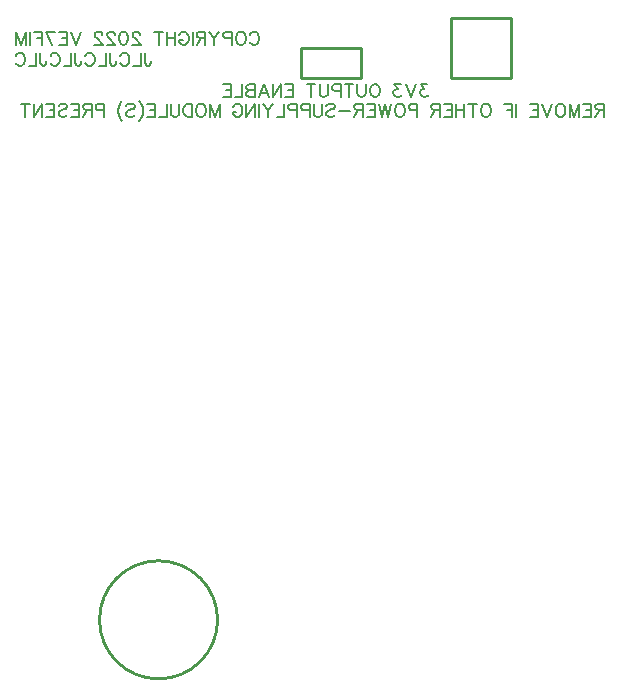
<source format=gbo>
G04 Layer: BottomSilkscreenLayer*
G04 EasyEDA v6.5.22, 2022-11-10 20:02:19*
G04 b67eade121014974844d0d31f71d52c0,5a6b42c53f6a479593ecc07194224c93,10*
G04 Gerber Generator version 0.2*
G04 Scale: 100 percent, Rotated: No, Reflected: No *
G04 Dimensions in millimeters *
G04 leading zeros omitted , absolute positions ,4 integer and 5 decimal *
%FSLAX45Y45*%
%MOMM*%

%ADD10C,0.1524*%
%ADD11C,0.1520*%
%ADD12C,0.2540*%

%LPD*%
D10*
X2741422Y5575807D02*
G01*
X2746756Y5586221D01*
X2757170Y5596636D01*
X2767329Y5601715D01*
X2788158Y5601715D01*
X2798572Y5596636D01*
X2808986Y5586221D01*
X2814320Y5575807D01*
X2819400Y5560060D01*
X2819400Y5534152D01*
X2814320Y5518657D01*
X2808986Y5508244D01*
X2798572Y5497829D01*
X2788158Y5492750D01*
X2767329Y5492750D01*
X2757170Y5497829D01*
X2746756Y5508244D01*
X2741422Y5518657D01*
X2675890Y5601715D02*
G01*
X2686304Y5596636D01*
X2696718Y5586221D01*
X2702052Y5575807D01*
X2707131Y5560060D01*
X2707131Y5534152D01*
X2702052Y5518657D01*
X2696718Y5508244D01*
X2686304Y5497829D01*
X2675890Y5492750D01*
X2655315Y5492750D01*
X2644902Y5497829D01*
X2634488Y5508244D01*
X2629154Y5518657D01*
X2624074Y5534152D01*
X2624074Y5560060D01*
X2629154Y5575807D01*
X2634488Y5586221D01*
X2644902Y5596636D01*
X2655315Y5601715D01*
X2675890Y5601715D01*
X2589784Y5601715D02*
G01*
X2589784Y5492750D01*
X2589784Y5601715D02*
G01*
X2543047Y5601715D01*
X2527300Y5596636D01*
X2522220Y5591302D01*
X2517140Y5580887D01*
X2517140Y5565394D01*
X2522220Y5554979D01*
X2527300Y5549900D01*
X2543047Y5544565D01*
X2589784Y5544565D01*
X2482850Y5601715D02*
G01*
X2441193Y5549900D01*
X2441193Y5492750D01*
X2399538Y5601715D02*
G01*
X2441193Y5549900D01*
X2365247Y5601715D02*
G01*
X2365247Y5492750D01*
X2365247Y5601715D02*
G01*
X2318511Y5601715D01*
X2303018Y5596636D01*
X2297684Y5591302D01*
X2292604Y5580887D01*
X2292604Y5570473D01*
X2297684Y5560060D01*
X2303018Y5554979D01*
X2318511Y5549900D01*
X2365247Y5549900D01*
X2328925Y5549900D02*
G01*
X2292604Y5492750D01*
X2258313Y5601715D02*
G01*
X2258313Y5492750D01*
X2146045Y5575807D02*
G01*
X2151379Y5586221D01*
X2161540Y5596636D01*
X2171954Y5601715D01*
X2192781Y5601715D01*
X2203195Y5596636D01*
X2213609Y5586221D01*
X2218690Y5575807D01*
X2224024Y5560060D01*
X2224024Y5534152D01*
X2218690Y5518657D01*
X2213609Y5508244D01*
X2203195Y5497829D01*
X2192781Y5492750D01*
X2171954Y5492750D01*
X2161540Y5497829D01*
X2151379Y5508244D01*
X2146045Y5518657D01*
X2146045Y5534152D01*
X2171954Y5534152D02*
G01*
X2146045Y5534152D01*
X2111756Y5601715D02*
G01*
X2111756Y5492750D01*
X2039111Y5601715D02*
G01*
X2039111Y5492750D01*
X2111756Y5549900D02*
G01*
X2039111Y5549900D01*
X1968500Y5601715D02*
G01*
X1968500Y5492750D01*
X2004822Y5601715D02*
G01*
X1931924Y5601715D01*
X1812544Y5575807D02*
G01*
X1812544Y5580887D01*
X1807210Y5591302D01*
X1802129Y5596636D01*
X1791715Y5601715D01*
X1770887Y5601715D01*
X1760473Y5596636D01*
X1755394Y5591302D01*
X1750060Y5580887D01*
X1750060Y5570473D01*
X1755394Y5560060D01*
X1765807Y5544565D01*
X1817623Y5492750D01*
X1744979Y5492750D01*
X1679447Y5601715D02*
G01*
X1695195Y5596636D01*
X1705610Y5580887D01*
X1710689Y5554979D01*
X1710689Y5539486D01*
X1705610Y5513323D01*
X1695195Y5497829D01*
X1679447Y5492750D01*
X1669034Y5492750D01*
X1653539Y5497829D01*
X1643126Y5513323D01*
X1638045Y5539486D01*
X1638045Y5554979D01*
X1643126Y5580887D01*
X1653539Y5596636D01*
X1669034Y5601715D01*
X1679447Y5601715D01*
X1598421Y5575807D02*
G01*
X1598421Y5580887D01*
X1593342Y5591302D01*
X1588007Y5596636D01*
X1577594Y5601715D01*
X1557020Y5601715D01*
X1546605Y5596636D01*
X1541271Y5591302D01*
X1536192Y5580887D01*
X1536192Y5570473D01*
X1541271Y5560060D01*
X1551686Y5544565D01*
X1603755Y5492750D01*
X1530857Y5492750D01*
X1491487Y5575807D02*
G01*
X1491487Y5580887D01*
X1486154Y5591302D01*
X1481073Y5596636D01*
X1470660Y5601715D01*
X1449831Y5601715D01*
X1439418Y5596636D01*
X1434337Y5591302D01*
X1429004Y5580887D01*
X1429004Y5570473D01*
X1434337Y5560060D01*
X1444752Y5544565D01*
X1496568Y5492750D01*
X1423923Y5492750D01*
X1309623Y5601715D02*
G01*
X1267968Y5492750D01*
X1226565Y5601715D02*
G01*
X1267968Y5492750D01*
X1192276Y5601715D02*
G01*
X1192276Y5492750D01*
X1192276Y5601715D02*
G01*
X1124712Y5601715D01*
X1192276Y5549900D02*
G01*
X1150620Y5549900D01*
X1192276Y5492750D02*
G01*
X1124712Y5492750D01*
X1017523Y5601715D02*
G01*
X1069594Y5492750D01*
X1090421Y5601715D02*
G01*
X1017523Y5601715D01*
X983234Y5601715D02*
G01*
X983234Y5492750D01*
X983234Y5601715D02*
G01*
X915670Y5601715D01*
X983234Y5549900D02*
G01*
X941831Y5549900D01*
X881379Y5601715D02*
G01*
X881379Y5492750D01*
X847089Y5601715D02*
G01*
X847089Y5492750D01*
X847089Y5601715D02*
G01*
X805687Y5492750D01*
X764031Y5601715D02*
G01*
X805687Y5492750D01*
X764031Y5601715D02*
G01*
X764031Y5492750D01*
D11*
X1853044Y5423938D02*
G01*
X1853044Y5340812D01*
X1858241Y5325224D01*
X1863435Y5320029D01*
X1873826Y5314835D01*
X1884217Y5314835D01*
X1894608Y5320029D01*
X1899805Y5325224D01*
X1905000Y5340812D01*
X1905000Y5351203D01*
X1818754Y5423938D02*
G01*
X1818754Y5314835D01*
X1818754Y5314835D02*
G01*
X1756410Y5314835D01*
X1644187Y5397962D02*
G01*
X1649384Y5408353D01*
X1659775Y5418744D01*
X1670164Y5423938D01*
X1690946Y5423938D01*
X1701337Y5418744D01*
X1711728Y5408353D01*
X1716925Y5397962D01*
X1722120Y5382374D01*
X1722120Y5356397D01*
X1716925Y5340812D01*
X1711728Y5330421D01*
X1701337Y5320029D01*
X1690946Y5314835D01*
X1670164Y5314835D01*
X1659775Y5320029D01*
X1649384Y5330421D01*
X1644187Y5340812D01*
X1557944Y5423938D02*
G01*
X1557944Y5340812D01*
X1563138Y5325224D01*
X1568335Y5320029D01*
X1578724Y5314835D01*
X1589115Y5314835D01*
X1599506Y5320029D01*
X1604703Y5325224D01*
X1609897Y5340812D01*
X1609897Y5351203D01*
X1523654Y5423938D02*
G01*
X1523654Y5314835D01*
X1523654Y5314835D02*
G01*
X1461307Y5314835D01*
X1349085Y5397962D02*
G01*
X1354282Y5408353D01*
X1364673Y5418744D01*
X1375064Y5423938D01*
X1395844Y5423938D01*
X1406235Y5418744D01*
X1416626Y5408353D01*
X1421823Y5397962D01*
X1427017Y5382374D01*
X1427017Y5356397D01*
X1421823Y5340812D01*
X1416626Y5330421D01*
X1406235Y5320029D01*
X1395844Y5314835D01*
X1375064Y5314835D01*
X1364673Y5320029D01*
X1354282Y5330421D01*
X1349085Y5340812D01*
X1262842Y5423938D02*
G01*
X1262842Y5340812D01*
X1268036Y5325224D01*
X1273233Y5320029D01*
X1283624Y5314835D01*
X1294015Y5314835D01*
X1304404Y5320029D01*
X1309601Y5325224D01*
X1314795Y5340812D01*
X1314795Y5351203D01*
X1228552Y5423938D02*
G01*
X1228552Y5314835D01*
X1228552Y5314835D02*
G01*
X1166205Y5314835D01*
X1053985Y5397962D02*
G01*
X1059179Y5408353D01*
X1069571Y5418744D01*
X1079962Y5423938D01*
X1100744Y5423938D01*
X1111135Y5418744D01*
X1121524Y5408353D01*
X1126721Y5397962D01*
X1131915Y5382374D01*
X1131915Y5356397D01*
X1126721Y5340812D01*
X1121524Y5330421D01*
X1111135Y5320029D01*
X1100744Y5314835D01*
X1079962Y5314835D01*
X1069571Y5320029D01*
X1059179Y5330421D01*
X1053985Y5340812D01*
X967739Y5423938D02*
G01*
X967739Y5340812D01*
X972934Y5325224D01*
X978131Y5320029D01*
X988522Y5314835D01*
X998913Y5314835D01*
X1009304Y5320029D01*
X1014498Y5325224D01*
X1019695Y5340812D01*
X1019695Y5351203D01*
X933450Y5423938D02*
G01*
X933450Y5314835D01*
X933450Y5314835D02*
G01*
X871105Y5314835D01*
X758883Y5397962D02*
G01*
X764077Y5408353D01*
X774468Y5418744D01*
X784860Y5423938D01*
X805642Y5423938D01*
X816033Y5418744D01*
X826424Y5408353D01*
X831618Y5397962D01*
X836815Y5382374D01*
X836815Y5356397D01*
X831618Y5340812D01*
X826424Y5330421D01*
X816033Y5320029D01*
X805642Y5314835D01*
X784860Y5314835D01*
X774468Y5320029D01*
X764077Y5330421D01*
X758883Y5340812D01*
D10*
X4244108Y5157238D02*
G01*
X4186958Y5157238D01*
X4218132Y5115674D01*
X4202544Y5115674D01*
X4192155Y5110479D01*
X4186958Y5105285D01*
X4181764Y5089697D01*
X4181764Y5079306D01*
X4186958Y5063721D01*
X4197350Y5053329D01*
X4212935Y5048135D01*
X4228523Y5048135D01*
X4244108Y5053329D01*
X4249305Y5058524D01*
X4254500Y5068915D01*
X4147474Y5157238D02*
G01*
X4105909Y5048135D01*
X4064345Y5157238D02*
G01*
X4105909Y5048135D01*
X4019664Y5157238D02*
G01*
X3962514Y5157238D01*
X3993687Y5115674D01*
X3978102Y5115674D01*
X3967711Y5110479D01*
X3962514Y5105285D01*
X3957320Y5089697D01*
X3957320Y5079306D01*
X3962514Y5063721D01*
X3972905Y5053329D01*
X3988493Y5048135D01*
X4004078Y5048135D01*
X4019664Y5053329D01*
X4024861Y5058524D01*
X4030055Y5068915D01*
X3811846Y5157238D02*
G01*
X3822237Y5152044D01*
X3832628Y5141653D01*
X3837825Y5131262D01*
X3843020Y5115674D01*
X3843020Y5089697D01*
X3837825Y5074112D01*
X3832628Y5063721D01*
X3822237Y5053329D01*
X3811846Y5048135D01*
X3791064Y5048135D01*
X3780675Y5053329D01*
X3770284Y5063721D01*
X3765087Y5074112D01*
X3759893Y5089697D01*
X3759893Y5115674D01*
X3765087Y5131262D01*
X3770284Y5141653D01*
X3780675Y5152044D01*
X3791064Y5157238D01*
X3811846Y5157238D01*
X3725603Y5157238D02*
G01*
X3725603Y5079306D01*
X3720406Y5063721D01*
X3710015Y5053329D01*
X3694429Y5048135D01*
X3684038Y5048135D01*
X3668453Y5053329D01*
X3658062Y5063721D01*
X3652865Y5079306D01*
X3652865Y5157238D01*
X3582207Y5157238D02*
G01*
X3582207Y5048135D01*
X3618575Y5157238D02*
G01*
X3545840Y5157238D01*
X3511550Y5157238D02*
G01*
X3511550Y5048135D01*
X3511550Y5157238D02*
G01*
X3464791Y5157238D01*
X3449205Y5152044D01*
X3444008Y5146847D01*
X3438814Y5136456D01*
X3438814Y5120871D01*
X3444008Y5110479D01*
X3449205Y5105285D01*
X3464791Y5100088D01*
X3511550Y5100088D01*
X3404524Y5157238D02*
G01*
X3404524Y5079306D01*
X3399327Y5063721D01*
X3388936Y5053329D01*
X3373351Y5048135D01*
X3362959Y5048135D01*
X3347374Y5053329D01*
X3336983Y5063721D01*
X3331786Y5079306D01*
X3331786Y5157238D01*
X3261128Y5157238D02*
G01*
X3261128Y5048135D01*
X3297496Y5157238D02*
G01*
X3224761Y5157238D01*
X3110461Y5157238D02*
G01*
X3110461Y5048135D01*
X3110461Y5157238D02*
G01*
X3042920Y5157238D01*
X3110461Y5105285D02*
G01*
X3068896Y5105285D01*
X3110461Y5048135D02*
G01*
X3042920Y5048135D01*
X3008629Y5157238D02*
G01*
X3008629Y5048135D01*
X3008629Y5157238D02*
G01*
X2935894Y5048135D01*
X2935894Y5157238D02*
G01*
X2935894Y5048135D01*
X2860040Y5157238D02*
G01*
X2901604Y5048135D01*
X2860040Y5157238D02*
G01*
X2818475Y5048135D01*
X2886016Y5084503D02*
G01*
X2834063Y5084503D01*
X2784185Y5157238D02*
G01*
X2784185Y5048135D01*
X2784185Y5157238D02*
G01*
X2737426Y5157238D01*
X2721841Y5152044D01*
X2716644Y5146847D01*
X2711450Y5136456D01*
X2711450Y5126065D01*
X2716644Y5115674D01*
X2721841Y5110479D01*
X2737426Y5105285D01*
X2784185Y5105285D02*
G01*
X2737426Y5105285D01*
X2721841Y5100088D01*
X2716644Y5094894D01*
X2711450Y5084503D01*
X2711450Y5068915D01*
X2716644Y5058524D01*
X2721841Y5053329D01*
X2737426Y5048135D01*
X2784185Y5048135D01*
X2677159Y5157238D02*
G01*
X2677159Y5048135D01*
X2677159Y5048135D02*
G01*
X2614815Y5048135D01*
X2580525Y5157238D02*
G01*
X2580525Y5048135D01*
X2580525Y5157238D02*
G01*
X2512984Y5157238D01*
X2580525Y5105285D02*
G01*
X2538961Y5105285D01*
X2580525Y5048135D02*
G01*
X2512984Y5048135D01*
X5740400Y4992138D02*
G01*
X5740400Y4883035D01*
X5740400Y4992138D02*
G01*
X5693641Y4992138D01*
X5678055Y4986944D01*
X5672858Y4981747D01*
X5667664Y4971356D01*
X5667664Y4960965D01*
X5672858Y4950574D01*
X5678055Y4945379D01*
X5693641Y4940185D01*
X5740400Y4940185D01*
X5704032Y4940185D02*
G01*
X5667664Y4883035D01*
X5633374Y4992138D02*
G01*
X5633374Y4883035D01*
X5633374Y4992138D02*
G01*
X5565833Y4992138D01*
X5633374Y4940185D02*
G01*
X5591809Y4940185D01*
X5633374Y4883035D02*
G01*
X5565833Y4883035D01*
X5531543Y4992138D02*
G01*
X5531543Y4883035D01*
X5531543Y4992138D02*
G01*
X5489978Y4883035D01*
X5448414Y4992138D02*
G01*
X5489978Y4883035D01*
X5448414Y4992138D02*
G01*
X5448414Y4883035D01*
X5382953Y4992138D02*
G01*
X5393344Y4986944D01*
X5403735Y4976553D01*
X5408929Y4966162D01*
X5414124Y4950574D01*
X5414124Y4924597D01*
X5408929Y4909012D01*
X5403735Y4898621D01*
X5393344Y4888229D01*
X5382953Y4883035D01*
X5362171Y4883035D01*
X5351779Y4888229D01*
X5341388Y4898621D01*
X5336194Y4909012D01*
X5330997Y4924597D01*
X5330997Y4950574D01*
X5336194Y4966162D01*
X5341388Y4976553D01*
X5351779Y4986944D01*
X5362171Y4992138D01*
X5382953Y4992138D01*
X5296707Y4992138D02*
G01*
X5255145Y4883035D01*
X5213581Y4992138D02*
G01*
X5255145Y4883035D01*
X5179291Y4992138D02*
G01*
X5179291Y4883035D01*
X5179291Y4992138D02*
G01*
X5111750Y4992138D01*
X5179291Y4940185D02*
G01*
X5137726Y4940185D01*
X5179291Y4883035D02*
G01*
X5111750Y4883035D01*
X4997450Y4992138D02*
G01*
X4997450Y4883035D01*
X4963159Y4992138D02*
G01*
X4963159Y4883035D01*
X4963159Y4992138D02*
G01*
X4895618Y4992138D01*
X4963159Y4940185D02*
G01*
X4921595Y4940185D01*
X4750145Y4992138D02*
G01*
X4760536Y4986944D01*
X4770927Y4976553D01*
X4776124Y4966162D01*
X4781318Y4950574D01*
X4781318Y4924597D01*
X4776124Y4909012D01*
X4770927Y4898621D01*
X4760536Y4888229D01*
X4750145Y4883035D01*
X4729365Y4883035D01*
X4718974Y4888229D01*
X4708583Y4898621D01*
X4703386Y4909012D01*
X4698192Y4924597D01*
X4698192Y4950574D01*
X4703386Y4966162D01*
X4708583Y4976553D01*
X4718974Y4986944D01*
X4729365Y4992138D01*
X4750145Y4992138D01*
X4627534Y4992138D02*
G01*
X4627534Y4883035D01*
X4663902Y4992138D02*
G01*
X4591164Y4992138D01*
X4556874Y4992138D02*
G01*
X4556874Y4883035D01*
X4484138Y4992138D02*
G01*
X4484138Y4883035D01*
X4556874Y4940185D02*
G01*
X4484138Y4940185D01*
X4449848Y4992138D02*
G01*
X4449848Y4883035D01*
X4449848Y4992138D02*
G01*
X4382307Y4992138D01*
X4449848Y4940185D02*
G01*
X4408284Y4940185D01*
X4449848Y4883035D02*
G01*
X4382307Y4883035D01*
X4348017Y4992138D02*
G01*
X4348017Y4883035D01*
X4348017Y4992138D02*
G01*
X4301258Y4992138D01*
X4285673Y4986944D01*
X4280476Y4981747D01*
X4275282Y4971356D01*
X4275282Y4960965D01*
X4280476Y4950574D01*
X4285673Y4945379D01*
X4301258Y4940185D01*
X4348017Y4940185D01*
X4311650Y4940185D02*
G01*
X4275282Y4883035D01*
X4160982Y4992138D02*
G01*
X4160982Y4883035D01*
X4160982Y4992138D02*
G01*
X4114223Y4992138D01*
X4098635Y4986944D01*
X4093441Y4981747D01*
X4088244Y4971356D01*
X4088244Y4955771D01*
X4093441Y4945379D01*
X4098635Y4940185D01*
X4114223Y4934988D01*
X4160982Y4934988D01*
X4022783Y4992138D02*
G01*
X4033174Y4986944D01*
X4043565Y4976553D01*
X4048759Y4966162D01*
X4053954Y4950574D01*
X4053954Y4924597D01*
X4048759Y4909012D01*
X4043565Y4898621D01*
X4033174Y4888229D01*
X4022783Y4883035D01*
X4002001Y4883035D01*
X3991609Y4888229D01*
X3981218Y4898621D01*
X3976024Y4909012D01*
X3970827Y4924597D01*
X3970827Y4950574D01*
X3976024Y4966162D01*
X3981218Y4976553D01*
X3991609Y4986944D01*
X4002001Y4992138D01*
X4022783Y4992138D01*
X3936537Y4992138D02*
G01*
X3910561Y4883035D01*
X3884584Y4992138D02*
G01*
X3910561Y4883035D01*
X3884584Y4992138D02*
G01*
X3858605Y4883035D01*
X3832628Y4992138D02*
G01*
X3858605Y4883035D01*
X3798338Y4992138D02*
G01*
X3798338Y4883035D01*
X3798338Y4992138D02*
G01*
X3730797Y4992138D01*
X3798338Y4940185D02*
G01*
X3756774Y4940185D01*
X3798338Y4883035D02*
G01*
X3730797Y4883035D01*
X3696507Y4992138D02*
G01*
X3696507Y4883035D01*
X3696507Y4992138D02*
G01*
X3649748Y4992138D01*
X3634163Y4986944D01*
X3628966Y4981747D01*
X3623772Y4971356D01*
X3623772Y4960965D01*
X3628966Y4950574D01*
X3634163Y4945379D01*
X3649748Y4940185D01*
X3696507Y4940185D01*
X3660140Y4940185D02*
G01*
X3623772Y4883035D01*
X3589482Y4929794D02*
G01*
X3495964Y4929794D01*
X3388936Y4976553D02*
G01*
X3399327Y4986944D01*
X3414915Y4992138D01*
X3435695Y4992138D01*
X3451283Y4986944D01*
X3461674Y4976553D01*
X3461674Y4966162D01*
X3456477Y4955771D01*
X3451283Y4950574D01*
X3440892Y4945379D01*
X3409718Y4934988D01*
X3399327Y4929794D01*
X3394133Y4924597D01*
X3388936Y4914206D01*
X3388936Y4898621D01*
X3399327Y4888229D01*
X3414915Y4883035D01*
X3435695Y4883035D01*
X3451283Y4888229D01*
X3461674Y4898621D01*
X3354646Y4992138D02*
G01*
X3354646Y4914206D01*
X3349452Y4898621D01*
X3339061Y4888229D01*
X3323475Y4883035D01*
X3313084Y4883035D01*
X3297496Y4888229D01*
X3287105Y4898621D01*
X3281911Y4914206D01*
X3281911Y4992138D01*
X3247621Y4992138D02*
G01*
X3247621Y4883035D01*
X3247621Y4992138D02*
G01*
X3200862Y4992138D01*
X3185274Y4986944D01*
X3180079Y4981747D01*
X3174885Y4971356D01*
X3174885Y4955771D01*
X3180079Y4945379D01*
X3185274Y4940185D01*
X3200862Y4934988D01*
X3247621Y4934988D01*
X3140595Y4992138D02*
G01*
X3140595Y4883035D01*
X3140595Y4992138D02*
G01*
X3093834Y4992138D01*
X3078248Y4986944D01*
X3073054Y4981747D01*
X3067857Y4971356D01*
X3067857Y4955771D01*
X3073054Y4945379D01*
X3078248Y4940185D01*
X3093834Y4934988D01*
X3140595Y4934988D01*
X3033567Y4992138D02*
G01*
X3033567Y4883035D01*
X3033567Y4883035D02*
G01*
X2971223Y4883035D01*
X2936933Y4992138D02*
G01*
X2895368Y4940185D01*
X2895368Y4883035D01*
X2853804Y4992138D02*
G01*
X2895368Y4940185D01*
X2819514Y4992138D02*
G01*
X2819514Y4883035D01*
X2785224Y4992138D02*
G01*
X2785224Y4883035D01*
X2785224Y4992138D02*
G01*
X2712488Y4883035D01*
X2712488Y4992138D02*
G01*
X2712488Y4883035D01*
X2600266Y4966162D02*
G01*
X2605463Y4976553D01*
X2615854Y4986944D01*
X2626245Y4992138D01*
X2647025Y4992138D01*
X2657416Y4986944D01*
X2667807Y4976553D01*
X2673004Y4966162D01*
X2678198Y4950574D01*
X2678198Y4924597D01*
X2673004Y4909012D01*
X2667807Y4898621D01*
X2657416Y4888229D01*
X2647025Y4883035D01*
X2626245Y4883035D01*
X2615854Y4888229D01*
X2605463Y4898621D01*
X2600266Y4909012D01*
X2600266Y4924597D01*
X2626245Y4924597D02*
G01*
X2600266Y4924597D01*
X2485966Y4992138D02*
G01*
X2485966Y4883035D01*
X2485966Y4992138D02*
G01*
X2444404Y4883035D01*
X2402840Y4992138D02*
G01*
X2444404Y4883035D01*
X2402840Y4992138D02*
G01*
X2402840Y4883035D01*
X2337376Y4992138D02*
G01*
X2347767Y4986944D01*
X2358158Y4976553D01*
X2363355Y4966162D01*
X2368550Y4950574D01*
X2368550Y4924597D01*
X2363355Y4909012D01*
X2358158Y4898621D01*
X2347767Y4888229D01*
X2337376Y4883035D01*
X2316594Y4883035D01*
X2306205Y4888229D01*
X2295814Y4898621D01*
X2290617Y4909012D01*
X2285423Y4924597D01*
X2285423Y4950574D01*
X2290617Y4966162D01*
X2295814Y4976553D01*
X2306205Y4986944D01*
X2316594Y4992138D01*
X2337376Y4992138D01*
X2251133Y4992138D02*
G01*
X2251133Y4883035D01*
X2251133Y4992138D02*
G01*
X2214765Y4992138D01*
X2199177Y4986944D01*
X2188786Y4976553D01*
X2183592Y4966162D01*
X2178395Y4950574D01*
X2178395Y4924597D01*
X2183592Y4909012D01*
X2188786Y4898621D01*
X2199177Y4888229D01*
X2214765Y4883035D01*
X2251133Y4883035D01*
X2144105Y4992138D02*
G01*
X2144105Y4914206D01*
X2138911Y4898621D01*
X2128520Y4888229D01*
X2112934Y4883035D01*
X2102543Y4883035D01*
X2086955Y4888229D01*
X2076564Y4898621D01*
X2071370Y4914206D01*
X2071370Y4992138D01*
X2037079Y4992138D02*
G01*
X2037079Y4883035D01*
X2037079Y4883035D02*
G01*
X1974735Y4883035D01*
X1940445Y4992138D02*
G01*
X1940445Y4883035D01*
X1940445Y4992138D02*
G01*
X1872904Y4992138D01*
X1940445Y4940185D02*
G01*
X1898881Y4940185D01*
X1940445Y4883035D02*
G01*
X1872904Y4883035D01*
X1802244Y5012921D02*
G01*
X1812635Y5002529D01*
X1823026Y4986944D01*
X1833417Y4966162D01*
X1838614Y4940185D01*
X1838614Y4919403D01*
X1833417Y4893424D01*
X1823026Y4872644D01*
X1812635Y4857056D01*
X1802244Y4846665D01*
X1695218Y4976553D02*
G01*
X1705610Y4986944D01*
X1721195Y4992138D01*
X1741977Y4992138D01*
X1757565Y4986944D01*
X1767954Y4976553D01*
X1767954Y4966162D01*
X1762760Y4955771D01*
X1757565Y4950574D01*
X1747174Y4945379D01*
X1716001Y4934988D01*
X1705610Y4929794D01*
X1700415Y4924597D01*
X1695218Y4914206D01*
X1695218Y4898621D01*
X1705610Y4888229D01*
X1721195Y4883035D01*
X1741977Y4883035D01*
X1757565Y4888229D01*
X1767954Y4898621D01*
X1660928Y5012921D02*
G01*
X1650537Y5002529D01*
X1640146Y4986944D01*
X1629755Y4966162D01*
X1624561Y4940185D01*
X1624561Y4919403D01*
X1629755Y4893424D01*
X1640146Y4872644D01*
X1650537Y4857056D01*
X1660928Y4846665D01*
X1510261Y4992138D02*
G01*
X1510261Y4883035D01*
X1510261Y4992138D02*
G01*
X1463502Y4992138D01*
X1447914Y4986944D01*
X1442720Y4981747D01*
X1437525Y4971356D01*
X1437525Y4955771D01*
X1442720Y4945379D01*
X1447914Y4940185D01*
X1463502Y4934988D01*
X1510261Y4934988D01*
X1403235Y4992138D02*
G01*
X1403235Y4883035D01*
X1403235Y4992138D02*
G01*
X1356474Y4992138D01*
X1340888Y4986944D01*
X1335694Y4981747D01*
X1330497Y4971356D01*
X1330497Y4960965D01*
X1335694Y4950574D01*
X1340888Y4945379D01*
X1356474Y4940185D01*
X1403235Y4940185D01*
X1366865Y4940185D02*
G01*
X1330497Y4883035D01*
X1296207Y4992138D02*
G01*
X1296207Y4883035D01*
X1296207Y4992138D02*
G01*
X1228666Y4992138D01*
X1296207Y4940185D02*
G01*
X1254645Y4940185D01*
X1296207Y4883035D02*
G01*
X1228666Y4883035D01*
X1121641Y4976553D02*
G01*
X1132032Y4986944D01*
X1147617Y4992138D01*
X1168400Y4992138D01*
X1183985Y4986944D01*
X1194376Y4976553D01*
X1194376Y4966162D01*
X1189182Y4955771D01*
X1183985Y4950574D01*
X1173594Y4945379D01*
X1142423Y4934988D01*
X1132032Y4929794D01*
X1126835Y4924597D01*
X1121641Y4914206D01*
X1121641Y4898621D01*
X1132032Y4888229D01*
X1147617Y4883035D01*
X1168400Y4883035D01*
X1183985Y4888229D01*
X1194376Y4898621D01*
X1087351Y4992138D02*
G01*
X1087351Y4883035D01*
X1087351Y4992138D02*
G01*
X1019810Y4992138D01*
X1087351Y4940185D02*
G01*
X1045786Y4940185D01*
X1087351Y4883035D02*
G01*
X1019810Y4883035D01*
X985520Y4992138D02*
G01*
X985520Y4883035D01*
X985520Y4992138D02*
G01*
X912784Y4883035D01*
X912784Y4992138D02*
G01*
X912784Y4883035D01*
X842124Y4992138D02*
G01*
X842124Y4883035D01*
X878494Y4992138D02*
G01*
X805756Y4992138D01*
D12*
X3683000Y5461000D02*
G01*
X3683000Y5207000D01*
X3175000Y5207000D01*
X3175000Y5461000D01*
X3683000Y5461000D01*
X3683000Y5207000D01*
G75*
G01
X2468499Y622300D02*
G03X2468499Y622300I-499999J0D01*
X4445000Y5715000D02*
G01*
X4953000Y5715000D01*
X4953000Y5207000D01*
X4445000Y5207000D01*
X4445000Y5715000D01*
M02*

</source>
